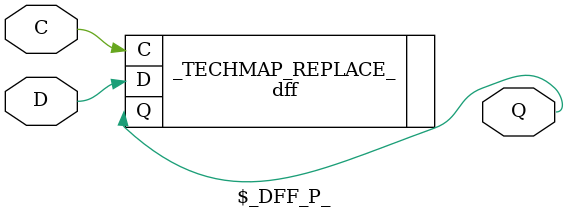
<source format=v>
module  \$_DFF_P_ (input D, C, output Q); dff  _TECHMAP_REPLACE_ (.D(D), .Q(Q), .C(C)); wire _TECHMAP_REMOVEINIT_Q_ = 1; endmodule

</source>
